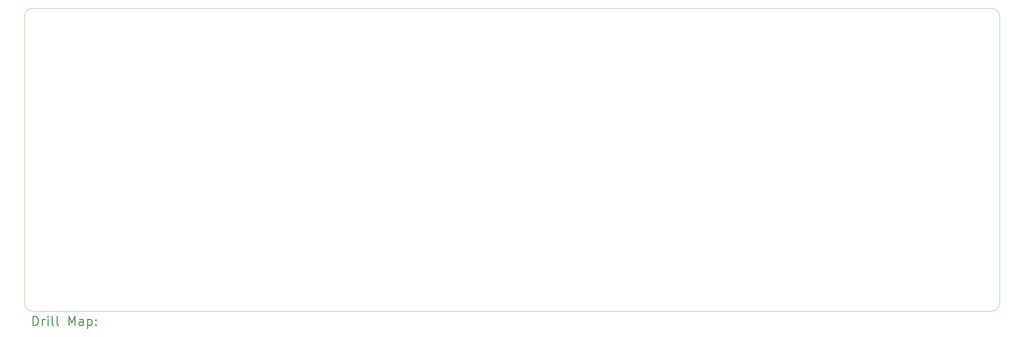
<source format=gbr>
%FSLAX45Y45*%
G04 Gerber Fmt 4.5, Leading zero omitted, Abs format (unit mm)*
G04 Created by KiCad (PCBNEW (5.1.9)-1) date 2021-05-17 17:20:40*
%MOMM*%
%LPD*%
G01*
G04 APERTURE LIST*
%TA.AperFunction,Profile*%
%ADD10C,0.100000*%
%TD*%
%ADD11C,0.200000*%
%ADD12C,0.300000*%
G04 APERTURE END LIST*
D10*
X38225000Y-9765000D02*
G75*
G02*
X38475000Y-10015000I0J-250000D01*
G01*
X6790000Y-19695000D02*
G75*
G02*
X6540000Y-19445000I0J250000D01*
G01*
X38475000Y-19445000D02*
G75*
G02*
X38225000Y-19695000I-250000J0D01*
G01*
X6540000Y-19445000D02*
X6540000Y-10015000D01*
X6790000Y-19695000D02*
X38225000Y-19695000D01*
X38475000Y-19445000D02*
X38475000Y-10015000D01*
X38225000Y-9765000D02*
X6790000Y-9765000D01*
X6540000Y-10015000D02*
G75*
G02*
X6790000Y-9765000I250000J0D01*
G01*
D11*
D12*
X6821428Y-20165714D02*
X6821428Y-19865714D01*
X6892857Y-19865714D01*
X6935714Y-19880000D01*
X6964286Y-19908572D01*
X6978571Y-19937143D01*
X6992857Y-19994286D01*
X6992857Y-20037143D01*
X6978571Y-20094286D01*
X6964286Y-20122857D01*
X6935714Y-20151429D01*
X6892857Y-20165714D01*
X6821428Y-20165714D01*
X7121428Y-20165714D02*
X7121428Y-19965714D01*
X7121428Y-20022857D02*
X7135714Y-19994286D01*
X7150000Y-19980000D01*
X7178571Y-19965714D01*
X7207143Y-19965714D01*
X7307143Y-20165714D02*
X7307143Y-19965714D01*
X7307143Y-19865714D02*
X7292857Y-19880000D01*
X7307143Y-19894286D01*
X7321428Y-19880000D01*
X7307143Y-19865714D01*
X7307143Y-19894286D01*
X7492857Y-20165714D02*
X7464286Y-20151429D01*
X7450000Y-20122857D01*
X7450000Y-19865714D01*
X7650000Y-20165714D02*
X7621428Y-20151429D01*
X7607143Y-20122857D01*
X7607143Y-19865714D01*
X7992857Y-20165714D02*
X7992857Y-19865714D01*
X8092857Y-20080000D01*
X8192857Y-19865714D01*
X8192857Y-20165714D01*
X8464286Y-20165714D02*
X8464286Y-20008572D01*
X8450000Y-19980000D01*
X8421428Y-19965714D01*
X8364286Y-19965714D01*
X8335714Y-19980000D01*
X8464286Y-20151429D02*
X8435714Y-20165714D01*
X8364286Y-20165714D01*
X8335714Y-20151429D01*
X8321428Y-20122857D01*
X8321428Y-20094286D01*
X8335714Y-20065714D01*
X8364286Y-20051429D01*
X8435714Y-20051429D01*
X8464286Y-20037143D01*
X8607143Y-19965714D02*
X8607143Y-20265714D01*
X8607143Y-19980000D02*
X8635714Y-19965714D01*
X8692857Y-19965714D01*
X8721428Y-19980000D01*
X8735714Y-19994286D01*
X8750000Y-20022857D01*
X8750000Y-20108572D01*
X8735714Y-20137143D01*
X8721428Y-20151429D01*
X8692857Y-20165714D01*
X8635714Y-20165714D01*
X8607143Y-20151429D01*
X8878571Y-20137143D02*
X8892857Y-20151429D01*
X8878571Y-20165714D01*
X8864286Y-20151429D01*
X8878571Y-20137143D01*
X8878571Y-20165714D01*
X8878571Y-19980000D02*
X8892857Y-19994286D01*
X8878571Y-20008572D01*
X8864286Y-19994286D01*
X8878571Y-19980000D01*
X8878571Y-20008572D01*
M02*

</source>
